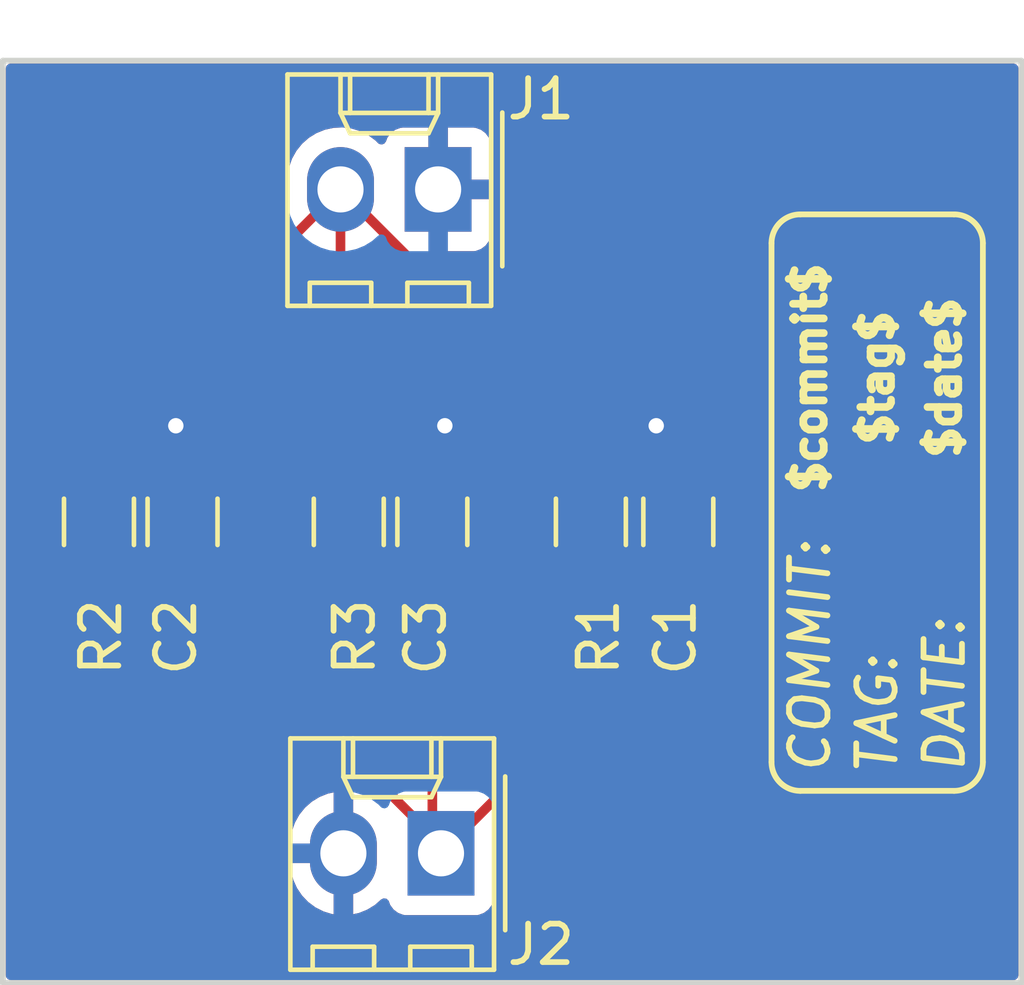
<source format=kicad_pcb>
(kicad_pcb (version 20221018) (generator pcbnew)
  (layers (0 "F.Cu" signal) (31 "B.Cu" signal) (34 "B.Paste" user) (35 "F.Paste" user) (36 "B.SilkS" user "B.Silkscreen") (37 "F.SilkS" user "F.Silkscreen") (38 "B.Mask" user) (39 "F.Mask" user) (44 "Edge.Cuts" user))
  (net 0 "")
  (net 1 "Net-(C1-Pad1)")
  (net 2 "GND")
  (net 3 "Net-(J1-Pad2)")
  (footprint "Resistor_SMD:R_1206_3216Metric" (layer "F.Cu") (at 150.3 76 90)
    (fp_text reference "R1" (at -3 0.2 90) (layer "F.SilkS"))
    (fp_text value "100k")
    (fp_line (start -0.602064 -0.91) (end 0.602064 -0.91) (stroke (width 0.12)) (layer "F.SilkS"))
    (fp_line (start -0.602064 0.91) (end 0.602064 0.91) (stroke (width 0.12)) (layer "F.SilkS"))
    (pad "1" smd roundrect (at -1.4 0 90) (size 1.25 1.75) (layers "F.Cu" "F.Paste" "F.Mask") (roundrect_rratio 0.2) (net 1 "Net-(C1-Pad1)"))
    (pad "2" smd roundrect (at 1.4 0 90) (size 1.25 1.75) (layers "F.Cu" "F.Paste" "F.Mask") (roundrect_rratio 0.2) (net 3 "Net-(J1-Pad2)"))
  )
  (footprint "Resistor_SMD:R_1206_3216Metric" (layer "F.Cu") (at 137.5 76 90)
    (fp_text reference "R2" (at -3 0.05 90) (layer "F.SilkS"))
    (fp_text value "10k")
    (fp_line (start -0.602064 -0.91) (end 0.602064 -0.91) (stroke (width 0.12)) (layer "F.SilkS"))
    (fp_line (start -0.602064 0.91) (end 0.602064 0.91) (stroke (width 0.12)) (layer "F.SilkS"))
    (pad "1" smd roundrect (at -1.4 0 90) (size 1.25 1.75) (layers "F.Cu" "F.Paste" "F.Mask") (roundrect_rratio 0.2) (net 1 "Net-(C1-Pad1)"))
    (pad "2" smd roundrect (at 1.4 0 90) (size 1.25 1.75) (layers "F.Cu" "F.Paste" "F.Mask") (roundrect_rratio 0.2) (net 3 "Net-(J1-Pad2)"))
  )
  (footprint "Connector_Molex:Molex_KK-254_AE-6410-02A_1x02_P2.54mm_Vertical" (layer "F.Cu") (at 146.4 84.625 180)
    (fp_text reference "J2" (at -2.6 -2.375 180) (layer "F.SilkS"))
    (fp_text value "Screw_Terminal_01x02")
    (fp_line (start -1.67 -2) (end -1.67 2) (stroke (width 0.12)) (layer "F.SilkS"))
    (fp_line (start -1.38 -3.03) (end -1.38 2.99) (stroke (width 0.12)) (layer "F.SilkS"))
    (fp_line (start -1.38 2.99) (end 3.92 2.99) (stroke (width 0.12)) (layer "F.SilkS"))
    (fp_line (start -0.8 -3.03) (end -0.8 -2.43) (stroke (width 0.12)) (layer "F.SilkS"))
    (fp_line (start -0.8 -2.43) (end 0.8 -2.43) (stroke (width 0.12)) (layer "F.SilkS"))
    (fp_line (start 0 1.99) (end 0.25 1.46) (stroke (width 0.12)) (layer "F.SilkS"))
    (fp_line (start 0 1.99) (end 2.54 1.99) (stroke (width 0.12)) (layer "F.SilkS"))
    (fp_line (start 0 2.99) (end 0 1.99) (stroke (width 0.12)) (layer "F.SilkS"))
    (fp_line (start 0.25 1.46) (end 2.29 1.46) (stroke (width 0.12)) (layer "F.SilkS"))
    (fp_line (start 0.25 2.99) (end 0.25 1.99) (stroke (width 0.12)) (layer "F.SilkS"))
    (fp_line (start 0.8 -2.43) (end 0.8 -3.03) (stroke (width 0.12)) (layer "F.SilkS"))
    (fp_line (start 1.74 -3.03) (end 1.74 -2.43) (stroke (width 0.12)) (layer "F.SilkS"))
    (fp_line (start 1.74 -2.43) (end 3.34 -2.43) (stroke (width 0.12)) (layer "F.SilkS"))
    (fp_line (start 2.29 1.46) (end 2.54 1.99) (stroke (width 0.12)) (layer "F.SilkS"))
    (fp_line (start 2.29 2.99) (end 2.29 1.99) (stroke (width 0.12)) (layer "F.SilkS"))
    (fp_line (start 2.54 1.99) (end 2.54 2.99) (stroke (width 0.12)) (layer "F.SilkS"))
    (fp_line (start 3.34 -2.43) (end 3.34 -3.03) (stroke (width 0.12)) (layer "F.SilkS"))
    (fp_line (start 3.92 -3.03) (end -1.38 -3.03) (stroke (width 0.12)) (layer "F.SilkS"))
    (fp_line (start 3.92 2.99) (end 3.92 -3.03) (stroke (width 0.12)) (layer "F.SilkS"))
    (pad "1" thru_hole rect (at 0 0 180) (size 1.74 2.2) (drill 1.2) (layers "*.Cu" "*.Mask") (net 1 "Net-(C1-Pad1)"))
    (pad "2" thru_hole oval (at 2.54 0 180) (size 1.74 2.2) (drill 1.2) (layers "*.Cu" "*.Mask") (net 2 "GND"))
  )
  (footprint "Capacitor_SMD:C_1206_3216Metric" (layer "F.Cu") (at 152.575 76 90)
    (fp_text reference "C1" (at -3 -0.075 90) (layer "F.SilkS"))
    (fp_text value "1u")
    (fp_line (start -0.602064 -0.91) (end 0.602064 -0.91) (stroke (width 0.12)) (layer "F.SilkS"))
    (fp_line (start -0.602064 0.91) (end 0.602064 0.91) (stroke (width 0.12)) (layer "F.SilkS"))
    (pad "1" smd roundrect (at -1.4 0 90) (size 1.25 1.75) (layers "F.Cu" "F.Paste" "F.Mask") (roundrect_rratio 0.2) (net 1 "Net-(C1-Pad1)"))
    (pad "2" smd roundrect (at 1.4 0 90) (size 1.25 1.75) (layers "F.Cu" "F.Paste" "F.Mask") (roundrect_rratio 0.2) (net 2 "GND"))
  )
  (footprint "Connector_Molex:Molex_KK-254_AE-6410-02A_1x02_P2.54mm_Vertical" (layer "F.Cu") (at 146.325 67.35 180)
    (fp_text reference "J1" (at -2.675 2.35 180) (layer "F.SilkS"))
    (fp_text value "Screw_Terminal_01x02")
    (fp_line (start -1.67 -2) (end -1.67 2) (stroke (width 0.12)) (layer "F.SilkS"))
    (fp_line (start -1.38 -3.03) (end -1.38 2.99) (stroke (width 0.12)) (layer "F.SilkS"))
    (fp_line (start -1.38 2.99) (end 3.92 2.99) (stroke (width 0.12)) (layer "F.SilkS"))
    (fp_line (start -0.8 -3.03) (end -0.8 -2.43) (stroke (width 0.12)) (layer "F.SilkS"))
    (fp_line (start -0.8 -2.43) (end 0.8 -2.43) (stroke (width 0.12)) (layer "F.SilkS"))
    (fp_line (start 0 1.99) (end 0.25 1.46) (stroke (width 0.12)) (layer "F.SilkS"))
    (fp_line (start 0 1.99) (end 2.54 1.99) (stroke (width 0.12)) (layer "F.SilkS"))
    (fp_line (start 0 2.99) (end 0 1.99) (stroke (width 0.12)) (layer "F.SilkS"))
    (fp_line (start 0.25 1.46) (end 2.29 1.46) (stroke (width 0.12)) (layer "F.SilkS"))
    (fp_line (start 0.25 2.99) (end 0.25 1.99) (stroke (width 0.12)) (layer "F.SilkS"))
    (fp_line (start 0.8 -2.43) (end 0.8 -3.03) (stroke (width 0.12)) (layer "F.SilkS"))
    (fp_line (start 1.74 -3.03) (end 1.74 -2.43) (stroke (width 0.12)) (layer "F.SilkS"))
    (fp_line (start 1.74 -2.43) (end 3.34 -2.43) (stroke (width 0.12)) (layer "F.SilkS"))
    (fp_line (start 2.29 1.46) (end 2.54 1.99) (stroke (width 0.12)) (layer "F.SilkS"))
    (fp_line (start 2.29 2.99) (end 2.29 1.99) (stroke (width 0.12)) (layer "F.SilkS"))
    (fp_line (start 2.54 1.99) (end 2.54 2.99) (stroke (width 0.12)) (layer "F.SilkS"))
    (fp_line (start 3.34 -2.43) (end 3.34 -3.03) (stroke (width 0.12)) (layer "F.SilkS"))
    (fp_line (start 3.92 -3.03) (end -1.38 -3.03) (stroke (width 0.12)) (layer "F.SilkS"))
    (fp_line (start 3.92 2.99) (end 3.92 -3.03) (stroke (width 0.12)) (layer "F.SilkS"))
    (pad "1" thru_hole rect (at 0 0 180) (size 1.74 2.2) (drill 1.2) (layers "*.Cu" "*.Mask") (net 2 "GND"))
    (pad "2" thru_hole oval (at 2.54 0 180) (size 1.74 2.2) (drill 1.2) (layers "*.Cu" "*.Mask") (net 3 "Net-(J1-Pad2)"))
  )
  (footprint "Resistor_SMD:R_1206_3216Metric" (layer "F.Cu") (at 144 76 90)
    (fp_text reference "R3" (at -3 0.15 90) (layer "F.SilkS"))
    (fp_text value "1M")
    (fp_line (start -0.602064 -0.91) (end 0.602064 -0.91) (stroke (width 0.12)) (layer "F.SilkS"))
    (fp_line (start -0.602064 0.91) (end 0.602064 0.91) (stroke (width 0.12)) (layer "F.SilkS"))
    (pad "1" smd roundrect (at -1.4 0 90) (size 1.25 1.75) (layers "F.Cu" "F.Paste" "F.Mask") (roundrect_rratio 0.2) (net 1 "Net-(C1-Pad1)"))
    (pad "2" smd roundrect (at 1.4 0 90) (size 1.25 1.75) (layers "F.Cu" "F.Paste" "F.Mask") (roundrect_rratio 0.2) (net 3 "Net-(J1-Pad2)"))
  )
  (footprint "Capacitor_SMD:C_1206_3216Metric" (layer "F.Cu") (at 139.675 76 90)
    (fp_text reference "C2" (at -3 -0.175 90) (layer "F.SilkS"))
    (fp_text value "0.1u")
    (fp_line (start -0.602064 -0.91) (end 0.602064 -0.91) (stroke (width 0.12)) (layer "F.SilkS"))
    (fp_line (start -0.602064 0.91) (end 0.602064 0.91) (stroke (width 0.12)) (layer "F.SilkS"))
    (pad "1" smd roundrect (at -1.4 0 90) (size 1.25 1.75) (layers "F.Cu" "F.Paste" "F.Mask") (roundrect_rratio 0.2) (net 1 "Net-(C1-Pad1)"))
    (pad "2" smd roundrect (at 1.4 0 90) (size 1.25 1.75) (layers "F.Cu" "F.Paste" "F.Mask") (roundrect_rratio 0.2) (net 2 "GND"))
  )
  (footprint "Capacitor_SMD:C_1206_3216Metric" (layer "F.Cu") (at 146.175 76 90)
    (fp_text reference "C3" (at -3 -0.175 90) (layer "F.SilkS"))
    (fp_text value "10u")
    (fp_line (start -0.602064 -0.91) (end 0.602064 -0.91) (stroke (width 0.12)) (layer "F.SilkS"))
    (fp_line (start -0.602064 0.91) (end 0.602064 0.91) (stroke (width 0.12)) (layer "F.SilkS"))
    (pad "1" smd roundrect (at -1.4 0 90) (size 1.25 1.75) (layers "F.Cu" "F.Paste" "F.Mask") (roundrect_rratio 0.2) (net 1 "Net-(C1-Pad1)"))
    (pad "2" smd roundrect (at 1.4 0 90) (size 1.25 1.75) (layers "F.Cu" "F.Paste" "F.Mask") (roundrect_rratio 0.2) (net 2 "GND"))
  )
  (footprint "toroid-kicad:commit-trace" (layer "F.Cu") (at 158 75.5 90)
    (fp_text reference "t1" hide)
    (fp_text value "commit-trace" hide)
    (fp_text user "DATE:" (at -5 1.5 90) (layer "F.SilkS") (effects (font (thickness 0.15) italic)))
    (fp_text user "$date$" (at 3.25 1.5 90) (layer "F.SilkS") (effects (font (size 0.8 0.8) (thickness 0.2))))
    (fp_text user "$tag$" (at 3.25 -0.25 90) (layer "F.SilkS") (effects (font (size 0.8 0.8) (thickness 0.2))))
    (fp_text user "$commit$" (at 3.25 -2 90) (layer "F.SilkS") (effects (font (size 0.8 0.8) (thickness 0.2))))
    (fp_text user "COMMIT:" (at -4 -2 90) (layer "F.SilkS") (effects (font (thickness 0.15) italic)))
    (fp_text user "TAG:" (at -5.5 -0.25 90) (layer "F.SilkS") (effects (font (thickness 0.15) italic)))
    (fp_line (start -7.5 1.75) (end -7.5 -2.25) (stroke (width 0.15)) (layer "F.SilkS"))
    (fp_line (start -6.75 -3) (end 6.75 -3) (stroke (width 0.15)) (layer "F.SilkS"))
    (fp_line (start 6.75 2.5) (end -6.75 2.5) (stroke (width 0.15)) (layer "F.SilkS"))
    (fp_line (start 7.5 -2.25) (end 7.5 1.75) (stroke (width 0.15)) (layer "F.SilkS"))
    (fp_arc (start -7.5 -2.25) (mid -7.28033 -2.78033) (end -6.75 -3) (stroke (width 0.15)) (layer "F.SilkS"))
    (fp_arc (start -6.75 2.5) (mid -7.28033 2.28033) (end -7.5 1.75) (stroke (width 0.15)) (layer "F.SilkS"))
    (fp_arc (start 6.75 -3) (mid 7.28033 -2.78033) (end 7.5 -2.25) (stroke (width 0.15)) (layer "F.SilkS"))
    (fp_arc (start 7.5 1.75) (mid 7.28033 2.28033) (end 6.75 2.5) (stroke (width 0.15)) (layer "F.SilkS"))
  )
  (gr_line (start 161.504716 88) (end 135 88) (stroke (width 0.15)) (layer "Edge.Cuts"))
  (gr_line (start 161.5 64) (end 161.5 88) (stroke (width 0.15)) (layer "Edge.Cuts"))
  (gr_line (start 135 88) (end 135 64) (stroke (width 0.15)) (layer "Edge.Cuts"))
  (gr_line (start 135 64) (end 161.5 64) (stroke (width 0.15)) (layer "Edge.Cuts"))
  (segment (start 150.3 77.4) (end 150.3 80.725) (width 0.25) (layer "F.Cu") (net 1))
  (segment (start 139.675 77.4) (end 139.675 77.675) (width 0.25) (layer "F.Cu") (net 1))
  (segment (start 143.95 77.4) (end 146.175 77.4) (width 0.25) (layer "F.Cu") (net 1))
  (segment (start 146.175 77.4) (end 146.175 84.4) (width 0.25) (layer "F.Cu") (net 1))
  (segment (start 137.35 77.4) (end 139.675 77.4) (width 0.25) (layer "F.Cu") (net 1))
  (segment (start 150.3 80.725) (end 146.4 84.625) (width 0.25) (layer "F.Cu") (net 1))
  (segment (start 146.175 84.4) (end 146.4 84.625) (width 0.25) (layer "F.Cu") (net 1))
  (segment (start 146.4 84.4) (end 146.4 84.625) (width 0.25) (layer "F.Cu") (net 1))
  (segment (start 150.3 77.4) (end 152.575 77.4) (width 0.25) (layer "F.Cu") (net 1))
  (segment (start 139.675 77.675) (end 146.4 84.4) (width 0.25) (layer "F.Cu") (net 1))
  (segment (start 152.575 74.075) (end 152 73.5) (width 0.25) (layer "F.Cu") (net 2))
  (segment (start 139.675 74.6) (end 139.675 73.675) (width 0.25) (layer "F.Cu") (net 2))
  (segment (start 139.675 73.675) (end 139.5 73.5) (width 0.25) (layer "F.Cu") (net 2))
  (segment (start 146.175 74.6) (end 146.175 73.825) (width 0.25) (layer "F.Cu") (net 2))
  (segment (start 146.175 73.825) (end 146.5 73.5) (width 0.25) (layer "F.Cu") (net 2))
  (segment (start 152.575 74.6) (end 152.575 74.075) (width 0.25) (layer "F.Cu") (net 2))
  (via (at 152 73.5) (size 0.8) (drill 0.4) (layers "F.Cu" "B.Cu") (net 2))
  (via (at 146.5 73.5) (size 0.8) (drill 0.4) (layers "F.Cu" "B.Cu") (net 2))
  (via (at 139.5 73.5) (size 0.8) (drill 0.4) (layers "F.Cu" "B.Cu") (net 2))
  (segment (start 143.785 67.35) (end 143.785 74.435) (width 0.25) (layer "F.Cu") (net 3))
  (segment (start 137.35 73.785) (end 143.785 67.35) (width 0.25) (layer "F.Cu") (net 3))
  (segment (start 150.3 73.865) (end 143.785 67.35) (width 0.25) (layer "F.Cu") (net 3))
  (segment (start 137.35 74.6) (end 137.35 73.785) (width 0.25) (layer "F.Cu") (net 3))
  (segment (start 150.3 74.6) (end 150.3 73.865) (width 0.25) (layer "F.Cu") (net 3))
  (segment (start 143.785 74.435) (end 143.95 74.6) (width 0.25) (layer "F.Cu") (net 3))
  (zone (net 2) (net_name "GND") (layer "F.Cu") (connect_pads (clearance 0.508)) (min_thickness 0.254) (fill yes (thermal_gap 0.508) (thermal_bridge_width 0.508))
    (polygon (pts (xy 135 64) (xy 161.5 64) (xy 161.5 88) (xy 135 88)))
  )
  (zone (net 2) (net_name "GND") (layer "B.Cu") (connect_pads (clearance 0.508)) (min_thickness 0.254) (fill yes (thermal_gap 0.508) (thermal_bridge_width 0.508))
    (polygon (pts (xy 135 64) (xy 161.5 64) (xy 161.5 88) (xy 135 88)))
  )
)
</source>
